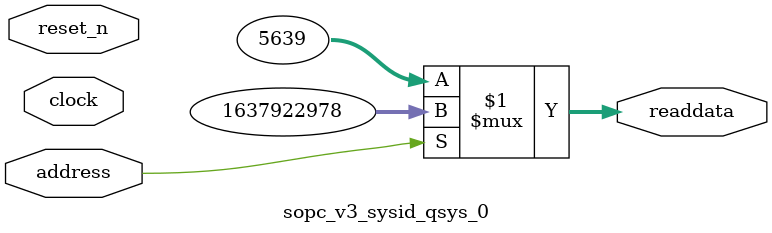
<source format=v>



// synthesis translate_off
`timescale 1ns / 1ps
// synthesis translate_on

// turn off superfluous verilog processor warnings 
// altera message_level Level1 
// altera message_off 10034 10035 10036 10037 10230 10240 10030 

module sopc_v3_sysid_qsys_0 (
               // inputs:
                address,
                clock,
                reset_n,

               // outputs:
                readdata
             )
;

  output  [ 31: 0] readdata;
  input            address;
  input            clock;
  input            reset_n;

  wire    [ 31: 0] readdata;
  //control_slave, which is an e_avalon_slave
  assign readdata = address ? 1637922978 : 5639;

endmodule



</source>
